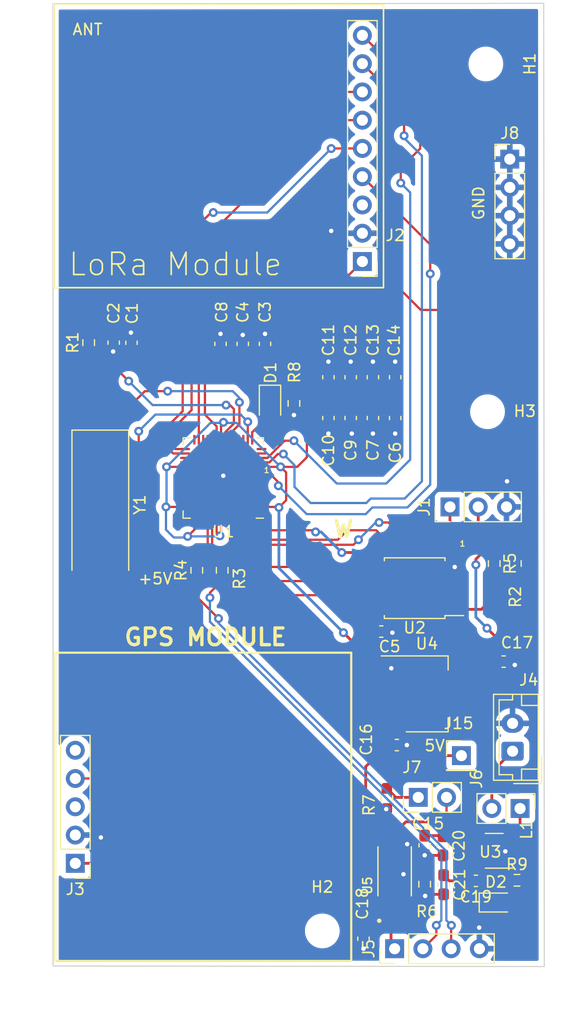
<source format=kicad_pcb>
(kicad_pcb (version 20211014) (generator pcbnew)
  (layers (0 "F.Cu" signal) (31 "B.Cu" signal) (34 "B.Paste" user) (35 "F.Paste" user) (36 "B.SilkS" user "B.Silkscreen") (37 "F.SilkS" user "F.Silkscreen") (38 "B.Mask" user) (39 "F.Mask" user) (44 "Edge.Cuts" user))
  (net 0 "")
  (net 1 "Net-(C1-Pad1)")
  (net 2 "GND")
  (net 3 "Net-(C2-Pad1)")
  (net 4 "+1V1")
  (net 5 "+3.3V")
  (net 6 "+5V")
  (net 7 "Net-(D1-Pad1)")
  (net 8 "/D-")
  (net 9 "/D+")
  (net 10 "Net-(D1-Pad2)")
  (net 11 "Net-(R1-Pad1)")
  (net 12 "/QSPI_SS")
  (net 13 "/~{USB_BOOT}")
  (net 14 "Net-(R3-Pad2)")
  (net 15 "Net-(R4-Pad2)")
  (net 16 "Net-(J6-Pad1)")
  (net 24 "Net-(R6-Pad1)")
  (net 34 "/QSPI_SD3")
  (net 35 "/QSPI_SCLK")
  (net 36 "/QSPI_SD0")
  (net 37 "/QSPI_SD2")
  (net 38 "/QSPI_SD1")
  (net 41 "/G0")
  (net 42 "/CS")
  (net 43 "/RST")
  (net 46 "/MISO")
  (net 48 "/SCK")
  (net 49 "/MOSI")
  (net 51 "Net-(C19-Pad1)")
  (net 55 "+BATT")
  (net 56 "VBUS")
  (net 58 "/UART_GPS")
  (net 60 "Net-(J4-Pad1)")
  (net 61 "Net-(J7-Pad1)")
  (net 66 "Net-(D2-Pad2)")
  (footprint "Connector_PinHeader_2.54mm:PinHeader_1x04_P2.54mm_Vertical" (layer "F.Cu") (at 143.65 78.45)
    (fp_text reference "J8")
    (fp_text value "Conn_01x04_Male")
  )
  (footprint "Resistor_SMD:R_0603_1608Metric_Pad0.98x0.95mm_HandSolder" (layer "F.Cu") (at 117.8 115.4 90)
    (fp_text reference "R3")
    (fp_text value "27.4")
  )
  (footprint "Capacitor_SMD:C_0603_1608Metric_Pad1.08x0.95mm_HandSolder" (layer "F.Cu") (at 119.65 95.05 90)
    (fp_text reference "C4")
    (fp_text value "100n")
  )
  (footprint "Connector_PinHeader_2.54mm:PinHeader_1x02_P2.54mm_Vertical" (layer "F.Cu") (at 144.575 136.8 -90)
    (fp_text reference "J6")
    (fp_text value "Conn_01x02_Male")
  )
  (footprint "Resistor_SMD:R_0603_1608Metric_Pad0.98x0.95mm_HandSolder" (layer "F.Cu") (at 142.25 114.7875 -90)
    (fp_text reference "R5")
    (fp_text value "DNF")
  )
  (footprint "Capacitor_SMD:C_0603_1608Metric_Pad1.08x0.95mm_HandSolder" (layer "F.Cu") (at 131.35 101.7125 -90)
    (fp_text reference "C7")
    (fp_text value "100n")
  )
  (footprint "Capacitor_SMD:C_0603_1608Metric_Pad1.08x0.95mm_HandSolder" (layer "F.Cu") (at 133.35 98.05 90)
    (fp_text reference "C14")
    (fp_text value "100n")
  )
  (footprint "Capacitor_SMD:C_0603_1608Metric_Pad1.08x0.95mm_HandSolder" (layer "F.Cu") (at 137.65 140.15 -90)
    (fp_text reference "C20")
    (fp_text value "10u")
  )
  (footprint "Capacitor_SMD:C_0603_1608Metric_Pad1.08x0.95mm_HandSolder" (layer "F.Cu") (at 143.1 123.6)
    (fp_text reference "C17")
    (fp_text value "10u")
  )
  (footprint "Resistor_SMD:R_0603_1608Metric_Pad0.98x0.95mm_HandSolder" (layer "F.Cu") (at 144.15 114.7875 90)
    (fp_text reference "R2")
    (fp_text value "1k")
  )
  (footprint "Inductor_SMD:L_0402_1005Metric" (layer "F.Cu") (at 145.2 140.5 -90)
    (fp_text reference "L1")
    (fp_text value "2.2u")
  )
  (footprint "Resistor_SMD:R_0603_1608Metric_Pad0.98x0.95mm_HandSolder" (layer "F.Cu") (at 124.25 100.4 -90)
    (fp_text reference "R8")
    (fp_text value "165k")
  )
  (footprint "Resistor_SMD:R_0603_1608Metric_Pad0.98x0.95mm_HandSolder" (layer "F.Cu") (at 115.52 115.4 90)
    (fp_text reference "R4")
    (fp_text value "27.4")
  )
  (footprint "Package_DFN_QFN:QFN-56-1EP_7x7mm_P0.4mm_EP3.2x3.2mm" (layer "F.Cu") (at 117.9 107.1 180)
    (fp_text reference "U1")
    (fp_text value "RP2040")
  )
  (footprint "Resistor_SMD:R_0603_1608Metric_Pad0.98x0.95mm_HandSolder" (layer "F.Cu") (at 144.3 143.25)
    (fp_text reference "R9")
    (fp_text value "5")
  )
  (footprint "Package_TO_SOT_SMD:SOT-223-3_TabPin2" (layer "F.Cu") (at 136.2 126.5)
    (fp_text reference "U4")
    (fp_text value "NCP1117-3.3_SOT223")
  )
  (footprint "Resistor_SMD:R_0603_1608Metric_Pad0.98x0.95mm_HandSolder" (layer "F.Cu") (at 132.6 135.9 -90)
    (fp_text reference "R7")
    (fp_text value "TBD")
  )
  (footprint "MountingHole:MountingHole_2.1mm" (layer "F.Cu") (at 141.5 69.9 -90)
    (fp_text reference "H1")
    (fp_text value "MountingHole")
  )
  (footprint "Diode_SMD:D_SOD-323" (layer "F.Cu") (at 142.4 145.25)
    (fp_text reference "D2")
    (fp_text value "NSR0320MW2T1G")
  )
  (footprint "Connector_JST:JST_EH_B2B-EH-A_1x02_P2.50mm_Vertical" (layer "F.Cu") (at 143.9 131.65 90)
    (fp_text reference "J4")
    (fp_text value "Conn_01x02_Male")
  )
  (footprint "Capacitor_SMD:C_0603_1608Metric_Pad1.08x0.95mm_HandSolder" (layer "F.Cu") (at 131.35 98.05 90)
    (fp_text reference "C13")
    (fp_text value "100n")
  )
  (footprint "Capacitor_SMD:C_0603_1608Metric_Pad1.08x0.95mm_HandSolder" (layer "F.Cu") (at 129.35 101.7125 -90)
    (fp_text reference "C9")
    (fp_text value "100n")
  )
  (footprint "Capacitor_SMD:C_0603_1608Metric_Pad1.08x0.95mm_HandSolder" (layer "F.Cu") (at 129.35 98.05 90)
    (fp_text reference "C12")
    (fp_text value "100n")
  )
  (footprint "Capacitor_SMD:C_0603_1608Metric_Pad1.08x0.95mm_HandSolder" (layer "F.Cu") (at 140.6 143.3 180)
    (fp_text reference "C19")
    (fp_text value "120p")
  )
  (footprint "Capacitor_SMD:C_0603_1608Metric_Pad1.08x0.95mm_HandSolder" (layer "F.Cu") (at 121.65 95.05 90)
    (fp_text reference "C3")
    (fp_text value "100n")
  )
  (footprint "Connector_PinHeader_2.54mm:PinHeader_1x05_P2.54mm_Vertical" (layer "F.Cu") (at 104.6 141.725 180)
    (fp_text reference "J3")
    (fp_text value "Conn_01x05_Male")
  )
  (footprint "Capacitor_SMD:C_0603_1608Metric_Pad1.08x0.95mm_HandSolder" (layer "F.Cu") (at 133.35 101.7125 -90)
    (fp_text reference "C6")
    (fp_text value "100n")
  )
  (footprint "MountingHole:MountingHole_2.1mm" (layer "F.Cu") (at 141.65 101.15)
    (fp_text reference "H3")
    (fp_text value "MountingHole")
  )
  (footprint "Capacitor_SMD:C_0603_1608Metric_Pad1.08x0.95mm_HandSolder" (layer "F.Cu") (at 127.35 101.7125 -90)
    (fp_text reference "C10")
    (fp_text value "1u")
  )
  (footprint "Capacitor_SMD:C_0603_1608Metric_Pad1.08x0.95mm_HandSolder" (layer "F.Cu") (at 109.65 94.95 90)
    (fp_text reference "C1")
    (fp_text value "27p")
  )
  (footprint "Capacitor_SMD:C_0603_1608Metric_Pad1.08x0.95mm_HandSolder" (layer "F.Cu") (at 117.65 95.05 90)
    (fp_text reference "C8")
    (fp_text value "1u")
  )
  (footprint "Crystal:Crystal_SMD_HC49-SD" (layer "F.Cu") (at 106.85 109.5 -90)
    (fp_text reference "Y1")
    (fp_text value "Crystal")
  )
  (footprint "Connector_PinHeader_2.54mm:PinHeader_1x09_P2.54mm_Vertical" (layer "F.Cu") (at 130.4 87.65 180)
    (fp_text reference "J2")
    (fp_text value "Conn_01x09_Male")
  )
  (footprint "Capacitor_SMD:C_0603_1608Metric_Pad1.08x0.95mm_HandSolder" (layer "F.Cu") (at 136 140.1 -90)
    (fp_text reference "C15")
    (fp_text value "10u")
  )
  (footprint "Resistor_SMD:R_0603_1608Metric_Pad0.98x0.95mm_HandSolder" (layer "F.Cu") (at 136 143.6 -90)
    (fp_text reference "R6")
    (fp_text value "500")
  )
  (footprint "Connector_PinHeader_2.54mm:PinHeader_1x03_P2.54mm_Vertical" (layer "F.Cu") (at 138.275 109.7 90)
    (fp_text reference "J1")
    (fp_text value "Conn_01x03_Male")
  )
  (footprint "Capacitor_SMD:C_0603_1608Metric_Pad1.08x0.95mm_HandSolder" (layer "F.Cu") (at 137.7 143.65 -90)
    (fp_text reference "C21")
    (fp_text value "10u")
  )
  (footprint "Connector_PinHeader_2.54mm:PinHeader_1x01_P2.54mm_Vertical" (layer "F.Cu") (at 139.3 132.05)
    (fp_text reference "J15")
    (fp_text value "Conn_01x01_Male")
  )
  (footprint "Resistor_SMD:R_0603_1608Metric_Pad0.98x0.95mm_HandSolder" (layer "F.Cu") (at 105.8 94.9375 90)
    (fp_text reference "R1")
    (fp_text value "1k")
  )
  (footprint "Capacitor_SMD:C_0603_1608Metric_Pad1.08x0.95mm_HandSolder" (layer "F.Cu") (at 127.35 98.05 90)
    (fp_text reference "C11")
    (fp_text value "100n")
  )
  (footprint "Capacitor_SMD:C_0603_1608Metric_Pad1.08x0.95mm_HandSolder" (layer "F.Cu") (at 132.1 120.9)
    (fp_text reference "C5")
    (fp_text value "100n")
  )
  (footprint "Capacitor_SMD:C_0603_1608Metric_Pad1.08x0.95mm_HandSolder" (layer "F.Cu") (at 133.5 131.1)
    (fp_text reference "C16")
    (fp_text value "10u")
  )
  (footprint "Capacitor_SMD:C_0603_1608Metric_Pad1.08x0.95mm_HandSolder" (layer "F.Cu") (at 130.5 148.5 -90)
    (fp_text reference "C18")
    (fp_text value "0.1u")
  )
  (footprint "Connector_PinHeader_2.54mm:PinHeader_1x02_P2.54mm_Vertical" (layer "F.Cu") (at 135.425 135.8 90)
    (fp_text reference "J7")
    (fp_text value "Conn_01x02_Male")
  )
  (footprint "Package_SO:SOIC-8_5.23x5.23mm_P1.27mm" (layer "F.Cu") (at 135.1 117 180)
    (fp_text reference "U2")
    (fp_text value "W25Q128JVS")
  )
  (footprint "Capacitor_SMD:C_0603_1608Metric_Pad1.08x0.95mm_HandSolder" (layer "F.Cu") (at 108.05 94.9375 -90)
    (fp_text reference "C2")
    (fp_text value "27p")
  )
  (footprint "Package_TO_SOT_SMD:SOT-23-5" (layer "F.Cu") (at 142.25 140.6 180)
    (fp_text reference "U3")
    (fp_text value "TPS613222ADBV")
  )
  (footprint "Connector_PinHeader_2.54mm:PinHeader_1x04_P2.54mm_Vertical" (layer "F.Cu") (at 133.3 149.4 90)
    (fp_text reference "J5")
    (fp_text value "Conn_01x04_Male")
  )
  (footprint "SnapEDA Library:SOP65P640X120-8N" (layer "F.Cu") (at 133.3 142.445 90)
    (fp_text reference "U5")
    (fp_text value "TPS2110APW")
  )
  (footprint "LED_SMD:LED_0805_2012Metric" (layer "F.Cu") (at 122.1 100.45 -90)
    (fp_text reference "D1")
    (fp_text value "LED")
  )
  (footprint "MountingHole:MountingHole_2.1mm" (layer "F.Cu") (at 126.8 147.8)
    (fp_text reference "H2")
    (fp_text value "MountingHole")
  )
  (gr_rect (start 102.7 90) (end 132.3 64.55) (layer "F.SilkS") (width 0.15) (fill none))
  (gr_rect (start 102.8 122.8) (end 129.4 150.5) (layer "F.SilkS") (width 0.2) (fill none))
  (gr_line (start 146.7 64.45) (end 146.75 151) (layer "Edge.Cuts") (width 0.1))
  (gr_line (start 146.75 151) (end 102.6 150.95) (layer "Edge.Cuts") (width 0.1))
  (gr_line (start 102.8 64.5) (end 146.7 64.45) (layer "Edge.Cuts") (width 0.1))
  (gr_line (start 102.6 150.95) (end 102.6 64.5) (layer "Edge.Cuts") (width 0.1))
  (gr_line (start 102.6 64.5) (end 102.8 64.5) (layer "Edge.Cuts") (width 0.1))
  (gr_text "1" (at 139.4 113) (layer "F.SilkS") (effects (font (size 0.5 0.5) (thickness 0.1))))
  (gr_text "GND" (at 140.85 82.4 90) (layer "F.SilkS") (effects (font (size 1 1))))
  (gr_text "W" (at 128.7 111.7) (layer "F.SilkS") (effects (font (size 1.5 1.5) (thickness 0.3))))
  (gr_text "1" (at 121.8 106.4) (layer "F.SilkS") (effects (font (size 0.5 0.5) (thickness 0.1))))
  (gr_text "GPS MODULE" (at 116.3 121.4) (layer "F.SilkS") (effects (font (size 1.5 1.5) (thickness 0.3))))
  (gr_text "+5V" (at 111.8 116.15) (layer "F.SilkS") (effects (font (size 1 1))))
  (gr_text "5V" (at 136.9 131.15) (layer "F.SilkS") (effects (font (size 1 1))))
  (gr_text "ANT\n" (at 105.7 66.8) (layer "F.SilkS") (effects (font (size 1 1))))
  (gr_text "LoRa Module\n" (at 113.6 87.9) (layer "F.SilkS") (effects (font (size 2 2))))
  (segment (start 118.5 103.6625) (end 118.5 103.130025) (width 0.2) (layer "F.Cu") (net 1))
  (segment (start 110.85 99.3) (end 106.85 103.3) (width 0.2) (layer "F.Cu") (net 1))
  (segment (start 118.5 103.130025) (end 119.35 102.280025) (width 0.2) (layer "F.Cu") (net 1))
  (segment (start 112.9 99.3) (end 111.9 99.3) (width 0.2) (layer "F.Cu") (net 1))
  (segment (start 119.35 102.280025) (end 119.35 100.3) (width 0.2) (layer "F.Cu") (net 1))
  (segment (start 111.9 99.3) (end 110.85 99.3) (width 0.2) (layer "F.Cu") (net 1))
  (segment (start 109.55 96.95) (end 109.55 95.8) (width 0.2) (layer "F.Cu") (net 1))
  (segment (start 111.9 99.3) (end 109.55 96.95) (width 0.2) (layer "F.Cu") (net 1))
  (via (at 112.9 99.3) (size 0.8) (drill 0.4) (layers "F.Cu" "B.Cu") (net 1))
  (via (at 119.35 100.3) (size 0.8) (drill 0.4) (layers "F.Cu" "B.Cu") (net 1))
  (segment (start 113 99.3) (end 112.9 99.3) (width 0.2) (layer "B.Cu") (net 1))
  (segment (start 118.75 99.3) (end 113 99.3) (width 0.2) (layer "B.Cu") (net 1))
  (segment (start 118.75 99.3) (end 119.35 99.9) (width 0.2) (layer "B.Cu") (net 1))
  (segment (start 119.35 100.3) (end 119.35 99.9) (width 0.2) (layer "B.Cu") (net 1))
  (segment (start 143.355 109.7) (end 143.355 107.445) (width 0.2) (layer "F.Cu") (net 2))
  (segment (start 106.685 139.185) (end 106.9 139.4) (width 0.25) (layer "F.Cu") (net 2))
  (segment (start 133.625 143.175) (end 134.094622 142.705378) (width 0.25) (layer "F.Cu") (net 2))
  (segment (start 134.275 139.8455) (end 134.4295 140) (width 0.25) (layer "F.Cu") (net 2))
  (segment (start 133.7 90.05) (end 135.65 92) (width 0.2) (layer "F.Cu") (net 2))
  (segment (start 133.35 102.575) (end 133.35 103.1125) (width 0.25) (layer "F.Cu") (net 2))
  (segment (start 130.4 85.11) (end 132.06 85.11) (width 0.2) (layer "F.Cu") (net 2))
  (segment (start 132.06 85.11) (end 133.7 86.75) (width 0.2) (layer "F.Cu") (net 2))
  (segment (start 131.35 97.1875) (end 131.35 96.65) (width 0.25) (layer "F.Cu") (net 2))
  (segment (start 139.45 89.95) (end 139.45 87.45) (width 0.2) (layer "F.Cu") (net 2))
  (segment (start 129.35 102.575) (end 129.35 103.0125) (width 0.25) (layer "F.Cu") (net 2))
  (segment (start 140.92 147.52) (end 140.9 147.5) (width 0.25) (layer "F.Cu") (net 2))
  (segment (start 127.35 102.575) (end 127.35 103.1125) (width 0.25) (layer "F.Cu") (net 2))
  (segment (start 137.7 144.5125) (end 136 144.5125) (width 0.25) (layer "F.Cu") (net 2))
  (segment (start 140.92 149.4) (end 140.92 147.52) (width 0.25) (layer "F.Cu") (net 2))
  (segment (start 129.35 97.1875) (end 129.35 96.65) (width 0.25) (layer "F.Cu") (net 2))
  (segment (start 137.4 92) (end 139.45 89.95) (width 0.2) (layer "F.Cu") (net 2))
  (segment (start 139.45 87.45) (end 140.83 86.07) (width 0.2) (layer "F.Cu") (net 2))
  (segment (start 131.35 102.575) (end 131.35 103.1125) (width 0.25) (layer "F.Cu") (net 2))
  (segment (start 127.35 97.1875) (end 127.35 96.65) (width 0.25) (layer "F.Cu") (net 2))
  (segment (start 137.65 141.0125) (end 136.05 141.0125) (width 0.25) (layer "F.Cu") (net 2))
  (segment (start 135.65 92) (end 137.4 92) (width 0.2) (layer "F.Cu") (net 2))
  (segment (start 133.7 86.75) (end 133.7 90.05) (width 0.2) (layer "F.Cu") (net 2))
  (segment (start 127.81 85.11) (end 127.6 84.9) (width 0.2) (layer "F.Cu") (net 2))
  (segment (start 140.83 86.07) (end 143.65 86.07) (width 0.2) (layer "F.Cu") (net 2))
  (segment (start 129.35 103.0125) (end 129.45 103.1125) (width 0.25) (layer "F.Cu") (net 2))
  (segment (start 143.65 83.53) (end 143.65 78.45) (width 0.25) (layer "F.Cu") (net 2))
  (segment (start 143.355 107.445) (end 143.4 107.4) (width 0.2) (layer "F.Cu") (net 2))
  (segment (start 133.625 145.315) (end 133.625 143.175) (width 0.25) (layer "F.Cu") (net 2))
  (segment (start 133.35 97.1875) (end 133.35 96.65) (width 0.25) (layer "F.Cu") (net 2))
  (segment (start 132.975 145.315) (end 133.625 145.315) (width 0.25) (layer "F.Cu") (net 2))
  (segment (start 130.4 85.11) (end 127.81 85.11) (width 0.2) (layer "F.Cu") (net 2))
  (segment (start 104.6 139.185) (end 106.685 139.185) (width 0.25) (layer "F.Cu") (net 2))
  (via (at 133.35 103.1125) (size 0.8) (drill 0.4) (layers "F.Cu" "B.Cu") (net 2))
  (via (at 134.094622 142.705378) (size 0.8) (drill 0.4) (layers "F.Cu" "B.Cu") (net 2))
  (via (at 127.6 84.9) (size 0.8) (drill 0.4) (layers "F.Cu" "B.Cu") (net 2))
  (via (at 127.35 103.1125) (size 0.8) (drill 0.4) (layers "F.Cu" "B.Cu") (net 2))
  (via (at 106.9 139.4) (size 0.8) (drill 0.4) (layers "F.Cu" "B.Cu") (net 2))
  (via (at 108 95.7375) (size 0.8) (drill 0.4) (layers "F.Cu" "B.Cu") (net 2))
  (via (at 124.25 101.45) (size 0.8) (drill 0.4) (layers "F.Cu" "B.Cu") (net 2))
  (via (at 132.546279 136.853721) (size 0.8) (drill 0.4) (layers "F.Cu" "B.Cu") (net 2))
  (via (at 140.9 147.5) (size 0.8) (drill 0.4) (layers "F.Cu" "B.Cu") (net 2))
  (via (at 117.9 106.9) (size 0.8) (drill 0.4) (layers "F.Cu" "B.Cu") (net 2))
  (via (at 133 124.2) (size 0.8) (drill 0.4) (layers "F.Cu" "B.Cu") (net 2))
  (via (at 127.35 96.65) (size 0.8) (drill 0.4) (layers "F.Cu" "B.Cu") (net 2))
  (via (at 136 141) (size 0.8) (drill 0.4) (layers "F.Cu" "B.Cu") (net 2))
  (via (at 134.4295 140) (size 0.8) (drill 0.4) (layers "F.Cu" "B.Cu") (net 2))
  (via (at 143.4 107.4) (size 0.8) (drill 0.4) (layers "F.Cu" "B.Cu") (net 2))
  (via (at 136.044622 144.655378) (size 0.8) (drill 0.4) (layers "F.Cu" "B.Cu") (net 2))
  (via (at 133.1 121) (size 0.8) (drill 0.4) (layers "F.Cu" "B.Cu") (net 2))
  (via (at 143.25 140.6505) (size 0.8) (drill 0.4) (layers "F.Cu" "B.Cu") (net 2))
  (via (at 133.35 96.65) (size 0.8) (drill 0.4) (layers "F.Cu" "B.Cu") (net 2))
  (via (at 144.1 123.9) (size 0.8) (drill 0.4) (layers "F.Cu" "B.Cu") (net 2))
  (via (at 119.65 94.25) (size 0.8) (drill 0.4) (layers "F.Cu" "B.Cu") (net 2))
  (via (at 130.5 149.4) (size 0.8) (drill 0.4) (layers "F.Cu" "B.Cu") (net 2))
  (via (at 131.35 103.1125) (size 0.8) (drill 0.4) (layers "F.Cu" "B.Cu") (net 2))
  (via (at 138.7 115.1) (size 0.8) (drill 0.4) (layers "F.Cu" "B.Cu") (net 2))
  (via (at 129.35 96.65) (size 0.8) (drill 0.4) (layers "F.Cu" "B.Cu") (net 2))
  (via (at 121.65 94.15) (size 0.8) (drill 0.4) (layers "F.Cu" "B.Cu") (net 2))
  (via (at 131.35 96.65) (size 0.8) (drill 0.4) (layers "F.Cu" "B.Cu") (net 2))
  (via (at 117.65 94.15) (size 0.8) (drill 0.4) (layers "F.Cu" "B.Cu") (net 2))
  (via (at 129.45 103.1125) (size 0.8) (drill 0.4) (layers "F.Cu" "B.Cu") (net 2))
  (via (at 134.4 131.1) (size 0.8) (drill 0.4) (layers "F.Cu" "B.Cu") (net 2))
  (via (at 109.6 94.0375) (size 0.8) (drill 0.4) (layers "F.Cu" "B.Cu") (net 2))
  (segment (start 105.8 94.025) (end 108 94.025) (width 0.2) (layer "F.Cu") (net 3))
  (segment (start 106.85 112.95) (end 103.7 109.8) (width 0.2) (layer "F.Cu") (net 3))
  (segment (start 103.7 109.8) (end 103.7 96.125) (width 0.2) (layer "F.Cu") (net 3))
  (segment (start 103.7 96.125) (end 105.8 94.025) (width 0.2) (layer "F.Cu") (net 3))
  (segment (start 115.7 105) (end 116 104.7) (width 0.2) (layer "F.Cu") (net 4))
  (segment (start 117.3 102.460112) (end 116.25 101.410112) (width 0.2) (layer "F.Cu") (net 4))
  (segment (start 118.1 110.005025) (end 117.594975 109.5) (width 0.2) (layer "F.Cu") (net 4))
  (segment (start 116.25 97.3125) (end 117.65 95.9125) (width 0.2) (layer "F.Cu") (net 4))
  (segment (start 115.7 109.1) (end 115.7 105) (width 0.2) (layer "F.Cu") (net 4))
  (segment (start 116.05 109.1) (end 115.7 109.1) (width 0.2) (layer "F.Cu") (net 4))
  (segment (start 117.3 104.7) (end 117.3 103.6625) (width 0.2) (layer "F.Cu") (net 4))
  (segment (start 118.1 110.5375) (end 118.1 110.005025) (width 0.2) (layer "F.Cu") (net 4))
  (segment (start 117.594975 109.5) (end 116.45 109.5) (width 0.2) (layer "F.Cu") (net 4))
  (segment (start 116.25 101.410112) (end 116.25 97.3125) (width 0.2) (layer "F.Cu") (net 4))
  (segment (start 116.45 109.5) (end 116.1 109.85) (width 0.2) (layer "F.Cu") (net 4))
  (segment (start 116.1 109.85) (end 116.1 110.5375) (width 0.2) (layer "F.Cu") (net 4))
  (segment (start 116.45 109.5) (end 116.05 109.1) (width 0.2) (layer "F.Cu") (net 4))
  (segment (start 117.65 95.9125) (end 119.65 95.9125) (width 0.25) (layer "F.Cu") (net 4))
  (segment (start 121.65 95.9125) (end 119.65 95.9125) (width 0.25) (layer "F.Cu") (net 4))
  (segment (start 117.3 103.6625) (end 117.3 102.460112) (width 0.2) (layer "F.Cu") (net 4))
  (segment (start 116 104.7) (end 117.3 104.7) (width 0.2) (layer "F.Cu") (net 4))
  (segment (start 114.4625 106.1) (end 112.8 106.1) (width 0.2) (layer "F.Cu") (net 5))
  (segment (start 117.7 103.6625) (end 117.7 102.314138) (width 0.2) (layer "F.Cu") (net 5))
  (segment (start 115.3 110) (end 115.3 109.7) (width 0.2) (layer "F.Cu") (net 5))
  (segment (start 123.5495 106.5995) (end 123.5495 109.1005) (width 0.2) (layer "F.Cu") (net 5))
  (segment (start 138.7 111.9) (end 140.275 111.9) (width 0.25) (layer "F.Cu") (net 5))
  (segment (start 130.45 122.75) (end 128.7 121) (width 0.25) (layer "F.Cu") (net 5))
  (segment (start 127.35 100.85) (end 125.6 100.85) (width 0.2) (layer "F.Cu") (net 5))
  (segment (start 125.4125 92.6375) (end 130.4 87.65) (width 0.2) (layer "F.Cu") (net 5))
  (segment (start 114.4625 109.7) (end 112.75 109.7) (width 0.2) (layer "F.Cu") (net 5))
  (segment (start 140.275 111.9) (end 142.25 113.875) (width 0.25) (layer "F.Cu") (net 5))
  (segment (start 127.35 100.85) (end 129.35 100.85) (width 0.25) (layer "F.Cu") (net 5))
  (segment (start 117.7 112.2) (end 117.6 112.3) (width 0.2) (layer "F.Cu") (net 5))
  (segment (start 131.35 100.85) (end 133.35 100.85) (width 0.25) (layer "F.Cu") (net 5))
  (segment (start 142.2375 121.2375) (end 141.6 120.6) (width 0.25) (layer "F.Cu") (net 5))
  (segment (start 117.7 110.5375) (end 117.7 112.2) (width 0.2) (layer "F.Cu") (net 5))
  (segment (start 142.2375 123.6) (end 142.2375 121.2375) (width 0.25) (layer "F.Cu") (net 5))
  (segment (start 129.35 100.85) (end 131.35 100.85) (width 0.25) (layer "F.Cu") (net 5))
  (segment (start 133.35 98.9125) (end 131.35 98.9125) (width 0.25) (layer "F.Cu") (net 5))
  (segment (start 121.3375 109.7) (end 122.85 109.7) (width 0.2) (layer "F.Cu") (net 5))
  (segment (start 115.7 110.5375) (end 115.7 111.35) (width 0.2) (layer "F.Cu") (net 5))
  (segment (start 114.4625 109.7) (end 115.3 109.7) (width 0.2) (layer "F.Cu") (net 5))
  (segment (start 127.35 100.85) (end 127.35 98.9125) (width 0.2) (layer "F.Cu") (net 5))
  (segment (start 131.4 126.5) (end 131 126.1) (width 0.25) (layer "F.Cu") (net 5))
  (segment (start 121.3375 106.1) (end 123.05 106.1) (width 0.2) (layer "F.Cu") (net 5))
  (segment (start 123.05 106.1) (end 124.55 106.1) (width 0.2) (layer "F.Cu") (net 5))
  (segment (start 123.05 106.1) (end 123.5495 106.5995) (width 0.2) (layer "F.Cu") (net 5))
  (segment (start 122.85 109.7) (end 122.9 109.75) (width 0.2) (layer "F.Cu") (net 5))
  (segment (start 117.3 112) (end 117.6 112.3) (width 0.2) (layer "F.Cu") (net 5))
  (segment (start 125.4125 101.0375) (end 125.4125 92.6375) (width 0.2) (layer "F.Cu") (net 5))
  (segment (start 115.3 111.75) (end 114.7 112.35) (width 0.2) (layer "F.Cu") (net 5))
  (segment (start 138.275 111.475) (end 138.7 111.9) (width 0.25) (layer "F.Cu") (net 5))
  (segment (start 115.3 110.5375) (end 115.3 111.75) (width 0.2) (layer "F.Cu") (net 5))
  (segment (start 133.05 126.5) (end 139.35 126.5) (width 0.25) (layer "F.Cu") (net 5))
  (segment (start 138.275 109.7) (end 138.275 111.475) (width 0.25) (layer "F.Cu") (net 5))
  (segment (start 140.6 114.9) (end 140.6 114.4) (width 0.25) (layer "F.Cu") (net 5))
  (segment (start 124.55 106.1) (end 125.4125 105.2375) (width 0.2) (layer "F.Cu") (net 5))
  (segment (start 140.6 114.4) (end 141.125 113.875) (width 0.25) (layer "F.Cu") (net 5))
  (segment (start 131.35 98.9125) (end 129.35 98.9125) (width 0.25) (layer "F.Cu") (net 5))
  (segment (start 131.2375 119.1675) (end 131.5 118.905) (width 0.25) (layer "F.Cu") (net 5))
  (segment (start 142.2375 123.6125) (end 139.35 126.5) (width 0.25) (layer "F.Cu") (net 5))
  (segment (start 133.05 126.5) (end 131.4 126.5) (width 0.25) (layer "F.Cu") (net 5))
  (segment (start 125.4125 105.2375) (end 125.4125 101.0375) (width 0.2) (layer "F.Cu") (net 5))
  (segment (start 129.35 98.9125) (end 127.35 98.9125) (width 0.25) (layer "F.Cu") (net 5))
  (segment (start 117.3 110.5375) (end 117.3 112) (width 0.2) (layer "F.Cu") (net 5))
  (segment (start 141.125 113.875) (end 142.25 113.875) (width 0.25) (layer "F.Cu") (net 5))
  (segment (start 117.7 102.314138) (end 117.914638 102.0995) (width 0.2) (layer "F.Cu") (net 5))
  (segment (start 131.2375 120.9) (end 131.2375 119.1675) (width 0.25) (layer "F.Cu") (net 5))
  (segment (start 125.6 100.85) (end 125.4125 101.0375) (width 0.2) (layer "F.Cu") (net 5))
  (segment (start 131 122.75) (end 130.45 122.75) (width 0.25) (layer "F.Cu") (net 5))
  (segment (start 131 126.1) (end 131 122.75) (width 0.25) (layer "F.Cu") (net 5))
  (segment (start 123.5495 109.1005) (end 122.9 109.75) (width 0.2) (layer "F.Cu") (net 5))
  (segment (start 115.7 111.35) (end 115.3 111.75) (width 0.2) (layer "F.Cu") (net 5))
  (segment (start 131 122.75) (end 131 121.1375) (width 0.25) (layer "F.Cu") (net 5))
  (segment (start 115.3 110) (end 115.3 110.5375) (width 0.2) (layer "F.Cu") (net 5))
  (via (at 112.75 109.7) (size 0.8) (drill 0.4) (layers "F.Cu" "B.Cu") (net 5))
  (via (at 123.05 106.1) (size 0.8) (drill 0.4) (layers "F.Cu" "B.Cu") (net 5))
  (via (at 117.6 112.3) (size 0.8) (drill 0.4) (layers "F.Cu" "B.Cu") (net 5))
  (via (at 114.7 112.35) (size 0.8) (drill 0.4) (layers "F.Cu" "B.Cu") (net 5))
  (via (at 140.6 114.9) (size 0.8) (drill 0.4) (layers "F.Cu" "B.Cu") (net 5))
  (via (at 117.914638 102.0995) (size 0.8) (drill 0.4) (layers "F.Cu" "B.Cu") (net 5))
  (via (at 122.9 109.75) (size 0.8) (drill 0.4) (layers "F.Cu" "B.Cu") (net 5))
  (via (at 141.6 120.6) (size 0.8) (drill 0.4) (layers "F.Cu" "B.Cu") (net 5))
  (via (at 112.8 106.1) (size 0.8) (drill 0.4) (layers "F.Cu" "B.Cu") (net 5))
  (via (at 128.7 121) (size 0.8) (drill 0.4) (layers "F.Cu" "B.Cu") (net 5))
  (segment (start 112.8 109.65) (end 112.75 109.7) (width 0.2) (layer "B.Cu") (net 5))
  (segment (start 141.6 120.6) (end 140.6 119.6) (width 0.25) (layer "B.Cu") (net 5))
  (segment (start 128.7 121) (end 122.9 115.2) (width 0.25) (layer "B.Cu") (net 5))
  (segment (start 114.6 112.45) (end 114.7 112.35) (width 0.2) (layer "B.Cu") (net 5))
  (segment (start 117.864138 102.15) (end 117.914638 102.0995) (width 0.2) (layer "B.Cu") (net 5))
  (segment (start 117.965138 102.15) (end 117.914638 102.0995) (width 0.2) (layer "B.Cu") (net 5))
  (segment (start 112.8 106.1) (end 116.75 102.15) (width 0.2) (layer "B.Cu") (net 5))
  (segment (start 123.05 106.1) (end 119.1 102.15) (width 0.2) (layer "B.Cu") (net 5))
  (segment (start 140.6 119.6) (end 140.6 114.9) (width 0.25) (layer "B.Cu") (net 5))
  (segment (start 113.45 112.45) (end 114.6 112.45) (width 0.2) (layer "B.Cu") (net 5))
  (segment (start 112.75 111.75) (end 113.45 112.45) (width 0.2) (layer "B.Cu") (net 5))
  (segment (start 112.8 106.1) (end 112.8 109.65) (width 0.2) (layer "B.Cu") (net 5))
  (segment (start 116.75 102.15) (end 117.864138 102.15) (width 0.2) (layer "B.Cu") (net 5))
  (segment (start 117.6 112.3) (end 117.55 112.35) (width 0.2) (layer "B.Cu") (net 5))
  (segment (start 122.9 115.2) (end 122.9 109.75) (width 0.25) (layer "B.Cu") (net 5))
  (segment (start 119.1 102.15) (end 117.965138 102.15) (width 0.2) (layer "B.Cu") (net 5))
  (segment (start 117.55 112.35) (end 114.7 112.35) (width 0.2) (layer "B.Cu") (net 5))
  (segment (start 112.75 109.7) (end 112.75 111.75) (width 0.2) (layer "B.Cu") (net 5))
  (segment (start 131.635 138.465) (end 112.335 138.465) (width 0.25) (layer "F.Cu") (net 6))
  (segment (start 130.7 133.0375) (end 132.6375 131.1) (width 0.25) (layer "F.Cu") (net 6))
  (segment (start 132.6375 131.1) (end 132.6375 131.7875) (width 0.25) (layer "F.Cu") (net 6))
  (segment (start 132.975 139.575) (end 132.975 138.787389) (width 0.25) (layer "F.Cu") (net 6))
  (segment (start 131.565 138.465) (end 130.7 137.6) (width 0.25) (layer "F.Cu") (net 6))
  (segment (start 109.075 141.725) (end 104.6 141.725) (width 0.25) (layer "F.Cu") (net 6))
  (segment (start 132.6375 131.7875) (end 133.5 132.65) (width 0.25) (layer "F.Cu") (net 6))
  (segment (start 133.5 132.65) (end 137.05 132.65) (width 0.25) (layer "F.Cu") (net 6))
  (segment (start 112.335 138.465) (end 109.075 141.725) (width 0.25) (layer "F.Cu") (net 6))
  (segment (start 137.05 132.65) (end 137.65 132.05) (width 0.25) (layer "F.Cu") (net 6))
  (segment (start 137.65 132.05) (end 139.3 132.05) (width 0.25) (layer "F.Cu") (net 6))
  (segment (start 132.652611 138.465) (end 131.635 138.465) (width 0.25) (layer "F.Cu") (net 6))
  (segment (start 131.635 138.465) (end 131.565 138.465) (width 0.25) (layer "F.Cu") (net 6))
  (segment (start 132.975 138.787389) (end 132.652611 138.465) (width 0.25) (layer "F.Cu") (net 6))
  (segment (start 130.7 137.6) (end 130.7 133.0375) (width 0.25) (layer "F.Cu") (net 6))
  (segment (start 132.6375 131.1) (end 132.6375 129.2125) (width 0.25) (layer "F.Cu") (net 6))
  (segment (start 122.1 99.5125) (end 124.225 99.5125) (width 0.2) (layer "F.Cu") (net 7))
  (segment (start 138.38 149.4) (end 138.38 147.32) (width 0.2) (layer "F.Cu") (net 8))
  (segment (start 117.471232 119.728768) (end 115.52 117.777536) (width 0.2) (layer "F.Cu") (net 8))
  (segment (start 138.38 147.32) (end 138.4 147.3) (width 0.2) (layer "F.Cu") (net 8))
  (segment (start 115.52 117.777536) (end 115.52 116.3125) (width 0.2) (layer "F.Cu") (net 8))
  (via (at 117.471232 119.728768) (size 0.8) (drill 0.4) (layers "F.Cu" "B.Cu") (net 8))
  (via (at 138.4 147.3) (size 0.8) (drill 0.4) (layers "F.Cu" "B.Cu") (net 8))
  (segment (start 137.950001 146.850001) (end 137.950001 140.631802) (width 0.2) (layer "B.Cu") (net 8))
  (segment (start 117.471232 120.153033) (end 117.471232 119.728768) (width 0.2) (layer "B.Cu") (net 8))
  (segment (start 138.4 147.3) (end 137.950001 146.850001) (width 0.2) (layer "B.Cu") (net 8))
  (segment (start 137.950001 140.631802) (end 117.471232 120.153033) (width 0.2) (layer "B.Cu") (net 8))
  (segment (start 116.7 117.4125) (end 117.8 116.3125) (width 0.2) (layer "F.Cu") (net 9))
  (segment (start 135.84 149.4) (end 137.05 148.19) (width 0.2) (layer "F.Cu") (net 9))
  (segment (start 137.05 148.19) (end 137.05 147.3) (width 0.2) (layer "F.Cu") (net 9))
  (segment (start 116.7 117.85) (end 116.7 117.4125) (width 0.2) (layer "F.Cu") (net 9))
  (via (at 116.7 117.85) (size 0.8) (drill 0.4) (layers "F.Cu" "B.Cu") (net 9))
  (via (at 137.05 147.3) (size 0.8) (drill 0.4) (layers "F.Cu" "B.Cu") (net 9))
  (segment (start 137.499999 146.850001) (end 137.499999 140.818198) (width 0.2) (layer "B.Cu") (net 9))
  (segment (start 116.7 120.018199) (end 137.499999 140.818198) (width 0.2) (layer "B.Cu") (net 9))
  (segment (start 116.7 120.018199) (end 116.7 117.85) (width 0.2) (layer "B.Cu") (net 9))
  (segment (start 137.05 147.3) (end 137.499999 146.850001) (width 0.2) (layer "B.Cu") (net 9))
  (segment (start 120.5 103.6625) (end 120.5 102.9875) (width 0.2) (layer "F.Cu") (net 10))
  (segment (start 120.5 102.9875) (end 122.1 101.3875) (width 0.2) (layer "F.Cu") (net 10))
  (segment (start 108.3 97.3) (end 106.2 97.3) (width 0.2) (layer "F.Cu") (net 11))
  (segment (start 118.1 103.6625) (end 118.1 102.965045) (width 0.2) (layer "F.Cu") (net 11))
  (segment (start 105.8 96.9) (end 105.8 95.85) (width 0.2) (layer "F.Cu") (net 11))
  (segment (start 106.2 97.3) (end 105.8 96.9) (width 0.2) (layer "F.Cu") (net 11))
  (segment (start 118.85 100.9) (end 118.5 100.55) (width 0.2) (layer "F.Cu") (net 11))
  (segment (start 118.85 102.215045) (end 118.85 100.9) (width 0.2) (layer "F.Cu") (net 11))
  (segment (start 118.5 100.55) (end 118.15 100.55) (width 0.2) (layer "F.Cu") (net 11))
  (segment (start 118.1 102.965045) (end 118.85 102.215045) (width 0.2) (layer "F.Cu") (net 11))
  (segment (start 109.4 98.4) (end 108.3 97.3) (width 0.2) (layer "F.Cu") (net 11))
  (via (at 118.15 100.55) (size 0.8) (drill 0.4) (layers "F.Cu" "B.Cu") (net 11))
  (via (at 109.4 98.4) (size 0.8) (drill 0.4) (layers "F.Cu" "B.Cu") (net 11))
  (segment (start 111.55 100.55) (end 109.4 98.4) (width 0.2) (layer "B.Cu") (net 11))
  (segment (start 111.55 100.55) (end 118.15 100.55) (width 0.2) (layer "B.Cu") (net 11))
  (segment (start 120.5 110.5375) (end 120.5 111.6) (width 0.2) (layer "F.Cu") (net 12))
  (segment (start 138.7 118.905) (end 137.755 118.905) (width 0.25) (layer "F.Cu") (net 12))
  (segment (start 126.05 111.8) (end 126.2 111.95) (width 0.2) (layer "F.Cu") (net 12))
  (segment (start 141.095 118.905) (end 142.25 117.75) (width 0.25) (layer "F.Cu") (net 12))
  (segment (start 132.6745 113.8245) (end 130.699902 113.8245) (width 0.25) (layer "F.Cu") (net 12))
  (segment (start 142.25 117.75) (end 142.25 115.7) (width 0.25) (layer "F.Cu") (net 12))
  (segment (start 137.755 118.905) (end 132.6745 113.8245) (width 0.25) (layer "F.Cu") (net 12))
  (segment (start 130.699902 113.8245) (end 130.675402 113.8) (width 0.25) (layer "F.Cu") (net 12))
  (segment (start 130.675402 113.8) (end 128.55 113.8) (width 0.25) (layer "F.Cu") (net 12))
  (segment (start 120.7 111.8) (end 126.05 111.8) (width 0.2) (layer "F.Cu") (net 12))
  (segment (start 120.5 111.6) (end 120.7 111.8) (width 0.2) (layer "F.Cu") (net 12))
  (segment (start 138.7 118.905) (end 141.095 118.905) (width 0.25) (layer "F.Cu") (net 12))
  (segment (start 144.15 115.7) (end 142.25 115.7) (width 0.25) (layer "F.Cu") (net 12))
  (via (at 126.2 111.95) (size 0.8) (drill 0.4) (layers "F.Cu" "B.Cu") (net 12))
  (via (at 128.55 113.8) (size 0.8) (drill 0.4) (layers "F.Cu" "B.Cu") (net 12))
  (segment (start 126.7 111.95) (end 126.2 111.95) (width 0.25) (layer "B.Cu") (net 12))
  (segment (start 128.55 113.8) (end 126.7 111.95) (width 0.25) (layer "B.Cu") (net 12))
  (segment (start 144.15 113.875) (end 142.875 112.6) (width 0.25) (layer "F.Cu") (net 13))
  (segment (start 142.875 112.6) (end 142.1 112.6) (width 0.25) (layer "F.Cu") (net 13))
  (segment (start 142.1 112.6) (end 140.815 111.315) (width 0.25) (layer "F.Cu") (net 13))
  (segment (start 140.815 111.315) (end 140.815 109.7) (width 0.25) (layer "F.Cu") (net 13))
  (segment (start 117.8 114.4) (end 116.9 113.5) (width 0.2) (layer "F.Cu") (net 14))
  (segment (start 116.9 113.5) (end 116.9 110.5375) (width 0.2) (layer "F.Cu") (net 14))
  (segment (start 116.5 113.55) (end 116.5 110.5375) (width 0.2) (layer "F.Cu") (net 15))
  (segment (start 115.5625 114.4875) (end 116.5 113.55) (width 0.2) (layer "F.Cu") (net 15))
  (segment (start 144.575 138.225) (end 144.575 136.8) (width 0.25) (layer "F.Cu") (net 16))
  (segment (start 145.2 140.015) (end 145.2 138.85) (width 0.25) (layer "F.Cu") (net 16))
  (segment (start 145.2 138.85) (end 144.575 138.225) (width 0.25) (layer "F.Cu") (net 16))
  (segment (start 134.275 145.315) (end 134.275 144.4125) (width 0.25) (layer "F.Cu") (net 24))
  (segment (start 134.275 144.4125) (end 136 142.6875) (width 0.25) (layer "F.Cu") (net 24))
  (segment (start 122.835 117.635) (end 131.5 117.635) (width 0.2) (layer "F.Cu") (net 34))
  (segment (start 118.5 110.5375) (end 118.5 113.3) (width 0.2) (layer "F.Cu") (net 34))
  (segment (start 118.5 113.3) (end 122.835 117.635) (width 0.2) (layer "F.Cu") (net 34))
  (segment (start 131.5 116.365) (end 122.12998 116.365) (width 0.2) (layer "F.Cu") (net 35))
  (segment (start 122.12998 116.365) (end 118.9 113.13502) (width 0.2) (layer "F.Cu") (net 35))
  (segment (start 118.9 113.13502) (end 118.9 110.5375) (width 0.2) (layer "F.Cu") (net 35))
  (segment (start 121.42496 115.095) (end 131.5 115.095) (width 0.2) (layer "F.Cu") (net 36))
  (segment (start 119.3 112.97004) (end 121.42496 115.095) (width 0.2) (layer "F.Cu") (net 36))
  (segment (start 119.3 110.5375) (end 119.3 112.97004) (width 0.2) (layer "F.Cu") (net 36))
  (segment (start 119.7 112.3) (end 120.5 113.1) (width 0.2) (layer "F.Cu") (net 37))
  (segment (start 129.6 113.1) (end 130.05 112.65) (width 0.2) (layer "F.Cu") (net 37))
  (segment (start 136.05 114.4) (end 136.05 114.95) (width 0.2) (layer "F.Cu") (net 37))
  (segment (start 132.75 111.1) (end 136.05 114.4) (width 0.2) (layer "F.Cu") (net 37))
  (segment (start 131.9 111.1) (end 132.75 111.1) (width 0.2) (layer "F.Cu") (net 37))
  (segment (start 137.465 116.365) (end 138.7 116.365) (width 0.2) (layer "F.Cu") (net 37))
  (segment (start 119.7 110.5375) (end 119.7 112.3) (width 0.2) (layer "F.Cu") (net 37))
  (segment (start 120.5 113.1) (end 129.6 113.1) (width 0.2) (layer "F.Cu") (net 37))
  (segment (start 136.05 114.95) (end 137.465 116.365) (width 0.2) (layer "F.Cu") (net 37))
  (via (at 131.9 111.1) (size 0.8) (drill 0.4) (layers "F.Cu" "B.Cu") (net 37))
  (via (at 130.05 112.65) (size 0.8) (drill 0.4) (layers "F.Cu" "B.Cu") (net 37))
  (segment (start 131.6 111.1) (end 131.9 111.1) (width 0.2) (layer "B.Cu") (net 37))
  (segment (start 130.05 112.65) (end 131.6 111.1) (width 0.2) (layer "B.Cu") (net 37))
  (segment (start 129.05 111.8) (end 131.65 111.8) (width 0.2) (layer "F.Cu") (net 38))
  (segment (start 120.1 110.5375) (end 120.1 111.85) (width 0.2) (layer "F.Cu") (net 38))
  (segment (start 128.2 112.65) (end 129.05 111.8) (width 0.2) (layer "F.Cu") (net 38))
  (segment (start 137.485 117.635) (end 138.7 117.635) (width 0.2) (layer "F.Cu") (net 38))
  (segment (start 131.65 111.8) (end 137.485 117.635) (width 0.2) (layer "F.Cu") (net 38))
  (segment (start 120.9 112.65) (end 128.2 112.65) (width 0.2) (layer "F.Cu") (net 38))
  (segment (start 120.1 111.85) (end 120.9 112.65) (width 0.2) (layer "F.Cu") (net 38))
  (segment (start 121.3375 106.5) (end 121.869975 106.5) (width 0.2) (layer "F.Cu") (net 41))
  (segment (start 136.5 86.13) (end 130.4 80.03) (width 0.2) (layer "F.Cu") (net 41))
  (segment (start 122.85 107.480025) (end 122.85 107.8) (width 0.2) (layer "F.Cu") (net 41))
  (segment (start 136.5 88.75) (end 136.5 86.13) (width 0.2) (layer "F.Cu") (net 41))
  (segment (start 121.869975 106.5) (end 122.85 107.480025) (width 0.2) (layer "F.Cu") (net 41))
  (via (at 122.85 107.8) (size 0.8) (drill 0.4) (layers "F.Cu" "B.Cu") (net 41))
  (via (at 136.5 88.75) (size 0.8) (drill 0.4) (layers "F.Cu" "B.Cu") (net 41))
  (segment (start 122.85 107.8) (end 125.4 110.35) (width 0.2) (layer "B.Cu") (net 41))
  (segment (start 130.7 110.35) (end 131.3 109.75) (width 0.2) (layer "B.Cu") (net 41))
  (segment (start 125.4 110.35) (end 130.7 110.35) (width 0.2) (layer "B.Cu") (net 41))
  (segment (start 134.45 109.75) (end 136.5 107.7) (width 0.2) (layer "B.Cu") (net 41))
  (segment (start 136.5 107.7) (end 136.5 88.75) (width 0.2) (layer "B.Cu") (net 41))
  (segment (start 131.3 109.75) (end 134.45 109.75) (width 0.2) (layer "B.Cu") (net 41))
  (segment (start 134.15 73.62) (end 134.15 76.35) (width 0.2) (layer "F.Cu") (net 42))
  (segment (start 122.75 105) (end 122.8 104.95) (width 0.2) (layer "F.Cu") (net 42))
  (segment (start 122.8 104.95) (end 123.3 104.95) (width 0.2) (layer "F.Cu") (net 42))
  (segment (start 122.05 105.7) (end 122.75 105) (width 0.2) (layer "F.Cu") (net 42))
  (segment (start 121.3375 105.7) (end 122.05 105.7) (width 0.2) (layer "F.Cu") (net 42))
  (segment (start 130.4 69.87) (end 134.15 73.62) (width 0.2) (layer "F.Cu") (net 42))
  (via (at 123.3 104.95) (size 0.8) (drill 0.4) (layers "F.Cu" "B.Cu") (net 42))
  (via (at 134.15 76.35) (size 0.8) (drill 0.4) (layers "F.Cu" "B.Cu") (net 42))
  (segment (start 130.75 109.35) (end 125.75 109.35) (width 0.2) (layer "B.Cu") (net 42))
  (segment (start 124.3 105.95) (end 123.3 104.95) (width 0.2) (layer "B.Cu") (net 42))
  (segment (start 134.15 76.35) (end 134.15 76.55) (width 0.2) (layer "B.Cu") (net 42))
  (segment (start 135.75 107.4) (end 134.2 108.95) (width 0.2) (layer "B.Cu") (net 42))
  (segment (start 134.15 76.55) (end 135.75 78.15) (width 0.2) (layer "B.Cu") (net 42))
  (segment (start 134.2 108.95) (end 131.15 108.95) (width 0.2) (layer "B.Cu") (net 42))
  (segment (start 131.15 108.95) (end 130.75 109.35) (width 0.2) (layer "B.Cu") (net 42))
  (segment (start 135.75 78.15) (end 135.75 107.4) (width 0.2) (layer "B.Cu") (net 42))
  (segment (start 124.3 107.9) (end 124.3 105.95) (width 0.2) (layer "B.Cu") (net 42))
  (segment (start 125.75 109.35) (end 124.3 107.9) (width 0.2) (layer "B.Cu") (net 42))
  (segment (start 135.6 72.53) (end 130.4 67.33) (width 0.2) (layer "F.Cu") (net 43))
  (segment (start 133.85 80.6) (end 133.85 79.25) (width 0.2) (layer "F.Cu") (net 43))
  (segment (start 121.869975 105.3) (end 123.419975 103.75) (width 0.2) (layer "F.Cu") (net 43))
  (segment (start 123.419975 103.75) (end 124.25 103.75) (width 0.2) (layer "F.Cu") (net 43))
  (segment (start 135.6 77.5) (end 135.6 72.53) (width 0.2) (layer "F.Cu") (net 43))
  (segment (start 121.3375 105.3) (end 121.869975 105.3) (width 0.2) (layer "F.Cu") (net 43))
  (segment (start 133.85 79.25) (end 135.6 77.5) (width 0.2) (layer "F.Cu") (net 43))
  (via (at 133.85 80.6) (size 0.8) (drill 0.4) (layers "F.Cu" "B.Cu") (net 43))
  (via (at 124.25 103.75) (size 0.8) (drill 0.4) (layers "F.Cu" "B.Cu") (net 43))
  (segment (start 134.7 81.45) (end 133.85 80.6) (width 0.2) (layer "B.Cu") (net 43))
  (segment (start 134.7 105.45) (end 134.7 81.45) (width 0.2) (layer "B.Cu") (net 43))
  (segment (start 124.25 103.75) (end 128.1 107.6) (width 0.2) (layer "B.Cu") (net 43))
  (segment (start 128.1 107.6) (end 132.55 107.6) (width 0.2) (layer "B.Cu") (net 43))
  (segment (start 132.55 107.6) (end 134.7 105.45) (width 0.2) (layer "B.Cu") (net 43))
  (segment (start 127 74.95) (end 130.4 74.95) (width 0.2) (layer "F.Cu") (net 46))
  (segment (start 115.7 86.25) (end 127 74.95) (width 0.2) (layer "F.Cu") (net 46))
  (segment (start 115.7 103.6625) (end 115.7 86.25) (width 0.2) (layer "F.Cu") (net 46))
  (segment (start 115.05 101) (end 115.05 85) (width 0.2) (layer "F.Cu") (net 48))
  (segment (start 113.15 104.05) (end 113.15 102.9) (width 0.2) (layer "F.Cu") (net 48))
  (segment (start 114.4625 104.5) (end 113.6 104.5) (width 0.2) (layer "F.Cu") (net 48))
  (segment (start 113.6 104.5) (end 113.15 104.05) (width 0.2) (layer "F.Cu") (net 48))
  (segment (start 115.05 85) (end 116.8 83.25) (width 0.2) (layer "F.Cu") (net 48))
  (segment (start 127.61 77.49) (end 130.4 77.49) (width 0.2) (layer "F.Cu") (net 48))
  (segment (start 113.15 102.9) (end 115.05 101) (width 0.2) (layer "F.Cu") (net 48))
  (segment (start 127.6 77.5) (end 127.61 77.49) (width 0.2) (layer "F.Cu") (net 48))
  (segment (start 116.8 83.25) (end 117 83.25) (width 0.2) (layer "F.Cu") (net 48))
  (via (at 127.6 77.5) (size 0.8) (drill 0.4) (layers "F.Cu" "B.Cu") (net 48))
  (via (at 117 83.25) (size 0.8) (drill 0.4) (layers "F.Cu" "B.Cu") (net 48))
  (segment (start 117 83.25) (end 121.85 83.25) (width 0.2) (layer "B.Cu") (net 48))
  (segment (start 121.85 83.25) (end 127.6 77.5) (width 0.2) (layer "B.Cu") (net 48))
  (segment (start 112.6 102.75) (end 114.25 101.1) (width 0.2) (layer "F.Cu") (net 49))
  (segment (start 126.19 72.41) (end 130.4 72.41) (width 0.2) (layer "F.Cu") (net 49))
  (segment (start 114.25 101.1) (end 114.25 84.35) (width 0.2) (layer "F.Cu") (net 49))
  (segment (start 114.25 84.35) (end 126.19 72.41) (width 0.2) (layer "F.Cu") (net 49))
  (segment (start 114.4625 104.9) (end 113.4 104.9) (width 0.2) (layer "F.Cu") (net 49))
  (segment (start 112.6 104.1) (end 112.6 102.75) (width 0.2) (layer "F.Cu") (net 49))
  (segment (start 113.4 104.9) (end 112.6 104.1) (width 0.2) (layer "F.Cu") (net 49))
  (segment (start 143.3875 143.25) (end 141.5125 143.25) (width 0.25) (layer "F.Cu") (net 51))
  (segment (start 136 139.2375) (end 137.6 139.2375) (width 0.25) (layer "F.Cu") (net 55))
  (segment (start 137.65 139.2875) (end 139.9125 139.2875) (width 0.25) (layer "F.Cu") (net 55))
  (segment (start 134.3 138) (end 133.625 138.675) (width 0.25) (layer "F.Cu") (net 55))
  (segment (start 139.7375 143.3) (end 139.7375 139.4625) (width 0.25) (layer "F.Cu") (net 55))
  (segment (start 138.775 137.875) (end 138.9 138) (width 0.2) (layer "F.Cu") (net 55))
  (segment (start 140.1875 139.2875) (end 138.9 138) (width 0.25) (layer "F.Cu") (net 55))
  (segment (start 140.75 139.2875) (end 141.1125 139.65) (width 0.25) (layer "F.Cu") (net 55))
  (segment (start 134.3 138) (end 138.9 138) (width 0.25) (layer "F.Cu") (net 55))
  (segment (start 140.75 139.2875) (end 140.1875 139.2875) (width 0.25) (layer "F.Cu") (net 55))
  (segment (start 138.775 137.875) (end 138.9125 138.0125) (width 0.2) (layer "F.Cu") (net 55))
  (segment (start 139.7375 143.3) (end 138.2125 143.3) (width 0.25) (layer "F.Cu") (net 55))
  (segment (start 137.965 135.8) (end 137.965 137.065) (width 0.2) (layer "F.Cu") (net 55))
  (segment (start 141.35 145.25) (end 139.7375 143.6375) (width 0.25) (layer "F.Cu") (net 55))
  (segment (start 138.2125 143.3) (end 137.7 142.7875) (width 0.25) (layer "F.Cu") (net 55))
  (segment (start 137.965 137.065) (end 138.775 137.875) (width 0.2) (layer "F.Cu") (net 55))
  (segment (start 133.625 138.675) (end 133.625 139.575) (width 0.25) (layer "F.Cu") (net 55))
  (segment (start 139.9125 139.2875) (end 140.75 139.2875) (width 0.25) (layer "F.Cu") (net 55))
  (segment (start 139.7375 139.4625) (end 139.9125 139.2875) (width 0.25) (layer "F.Cu") (net 55))
  (segment (start 131.4 146.95) (end 132.2 146.95) (width 0.25) (layer "F.Cu") (net 56))
  (segment (start 132.325 146.825) (end 132.2 146.95) (width 0.25) (layer "F.Cu") (net 56))
  (segment (start 132.55 146.95) (end 132.975 147.375) (width 0.25) (layer "F.Cu") (net 56))
  (segment (start 132.3 145.29) (end 132.325 145.315) (width 0.25) (layer "F.Cu") (net 56))
  (segment (start 132.975 149.075) (end 132.975 147.375) (width 0.25) (layer "F.Cu") (net 56))
  (segment (start 132.325 145.315) (end 132.325 146.825) (width 0.25) (layer "F.Cu") (net 56))
  (segment (start 132.3 139.6) (end 132.3 145.29) (width 0.25) (layer "F.Cu") (net 56))
  (segment (start 130.7125 147.6375) (end 131.4 146.95) (width 0.25) (layer "F.Cu") (net 56))
  (segment (start 132.2 146.95) (end 132.55 146.95) (width 0.25) (layer "F.Cu") (net 56))
  (segment (start 110.3 102.9) (end 110.3 131.75) (width 0.2) (layer "F.Cu") (net 58))
  (segment (start 107.945 134.105) (end 104.6 134.105) (width 0.2) (layer "F.Cu") (net 58))
  (segment (start 120.1 103.6625) (end 120.1 102.05) (width 0.2) (layer "F.Cu") (net 58))
  (segment (start 110.3 131.75) (end 107.945 134.105) (width 0.2) (layer "F.Cu") (net 58))
  (via (at 110.3 102.9) (size 0.8) (drill 0.4) (layers "F.Cu" "B.Cu") (net 58))
  (via (at 120.1 102.05) (size 0.8) (drill 0.4) (layers "F.Cu" "B.Cu") (net 58))
  (segment (start 120.1 102.05) (end 119.5 101.45) (width 0.2) (layer "B.Cu") (net 58))
  (segment (start 111.8 101.4) (end 110.3 102.9) (width 0.2) (layer "B.Cu") (net 58))
  (segment (start 119.5 101.4) (end 111.8 101.4) (width 0.2) (layer "B.Cu") (net 58))
  (segment (start 119.5 101.45) (end 119.5 101.4) (width 0.2) (layer "B.Cu") (net 58))
  (segment (start 143.9 131.65) (end 142.035 133.515) (width 0.25) (layer "F.Cu") (net 60))
  (segment (start 142.035 133.515) (end 142.035 136.8) (width 0.25) (layer "F.Cu") (net 60))
  (segment (start 133.4125 135.8) (end 132.6 134.9875) (width 0.25) (layer "F.Cu") (net 61))
  (segment (start 135.425 135.8) (end 133.4125 135.8) (width 0.25) (layer "F.Cu") (net 61))
  (segment (start 145.2125 143.25) (end 145.2125 142.3125) (width 0.25) (layer "F.Cu") (net 66))
  (segment (start 143.3875 141.55) (end 144.45 141.55) (width 0.25) (layer "F.Cu") (net 66))
  (segment (start 145.015 140.985) (end 144.45 141.55) (width 0.25) (layer "F.Cu") (net 66))
  (segment (start 143.45 145.25) (end 145.2125 143.4875) (width 0.25) (layer "F.Cu") (net 66))
  (segment (start 144.45 141.55) (end 145.2125 142.3125) (width 0.25) (layer "F.Cu") (net 66))
  (zone (net 2) (net_name "GND") (layer "B.Cu") (connect_pads (clearance 0.508)) (min_thickness 0.254) (fill yes (thermal_gap 0.508) (thermal_bridge_width 0.508))
    (polygon (pts (xy 146.7 151) (xy 102.6 151) (xy 102.6 64.45) (xy 146.7 64.45)))
  )
)
</source>
